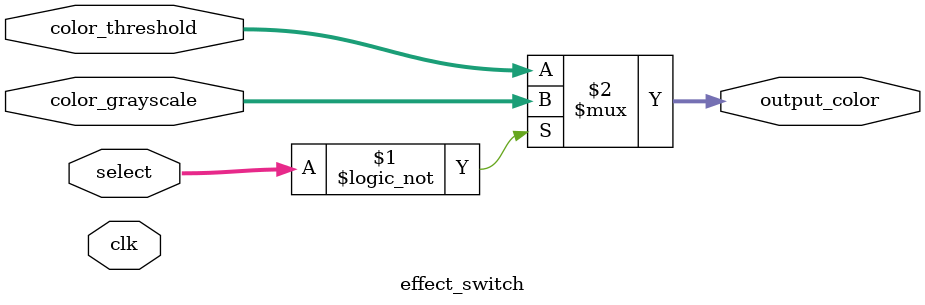
<source format=v>
`timescale 1ns / 1ps


module effect_switch(
    input wire clk,
    input wire [7:0] select,
    input wire [23:0] color_grayscale,
    input wire [23:0] color_threshold,
    output wire [23:0] output_color
    );
    
//initial
//begin
////    select = 8'h00;
//    output_color = color_grayscale;
//end

//always@(select)
//begin
//    if (select == 0)
//    begin
//        output_color <= color_grayscale;
//    end
//end

    assign output_color = (select == 0) ? color_grayscale : color_threshold;
    
endmodule

</source>
